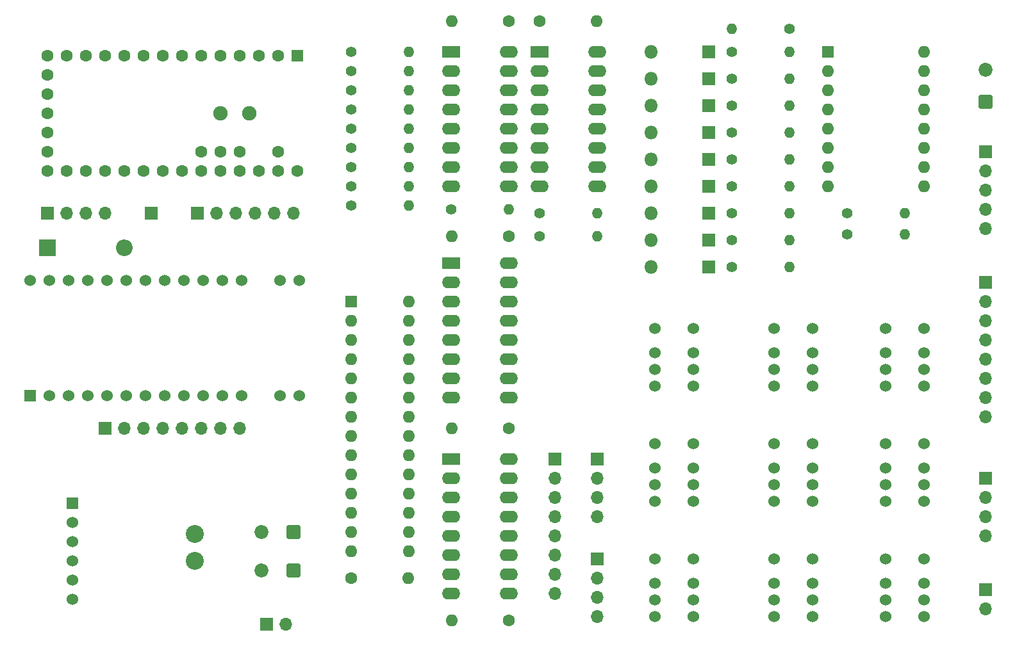
<source format=gbr>
%TF.GenerationSoftware,KiCad,Pcbnew,(5.1.9-0-10_14)*%
%TF.CreationDate,2021-03-06T16:34:47+01:00*%
%TF.ProjectId,Breadboard,42726561-6462-46f6-9172-642e6b696361,rev?*%
%TF.SameCoordinates,Original*%
%TF.FileFunction,Soldermask,Top*%
%TF.FilePolarity,Negative*%
%FSLAX46Y46*%
G04 Gerber Fmt 4.6, Leading zero omitted, Abs format (unit mm)*
G04 Created by KiCad (PCBNEW (5.1.9-0-10_14)) date 2021-03-06 16:34:47*
%MOMM*%
%LPD*%
G01*
G04 APERTURE LIST*
%ADD10O,2.200000X2.200000*%
%ADD11R,2.200000X2.200000*%
%ADD12O,1.600000X1.600000*%
%ADD13R,1.600000X1.600000*%
%ADD14C,1.600000*%
%ADD15O,2.400000X1.600000*%
%ADD16R,2.400000X1.600000*%
%ADD17C,1.524000*%
%ADD18R,1.524000X1.524000*%
%ADD19O,1.700000X1.700000*%
%ADD20R,1.700000X1.700000*%
%ADD21C,2.380000*%
%ADD22C,1.900000*%
%ADD23O,1.400000X1.400000*%
%ADD24C,1.400000*%
%ADD25C,1.850000*%
%ADD26O,1.800000X1.800000*%
%ADD27R,1.800000X1.800000*%
G04 APERTURE END LIST*
D10*
%TO.C,D1*%
X81280000Y-79248000D03*
D11*
X71120000Y-79248000D03*
%TD*%
D12*
%TO.C,U9*%
X118872000Y-86360000D03*
X111252000Y-119380000D03*
X118872000Y-88900000D03*
X111252000Y-116840000D03*
X118872000Y-91440000D03*
X111252000Y-114300000D03*
X118872000Y-93980000D03*
X111252000Y-111760000D03*
X118872000Y-96520000D03*
X111252000Y-109220000D03*
X118872000Y-99060000D03*
X111252000Y-106680000D03*
X118872000Y-101600000D03*
X111252000Y-104140000D03*
X118872000Y-104140000D03*
X111252000Y-101600000D03*
X118872000Y-106680000D03*
X111252000Y-99060000D03*
X118872000Y-109220000D03*
X111252000Y-96520000D03*
X118872000Y-111760000D03*
X111252000Y-93980000D03*
X118872000Y-114300000D03*
X111252000Y-91440000D03*
X118872000Y-116840000D03*
X111252000Y-88900000D03*
X118872000Y-119380000D03*
D13*
X111252000Y-86360000D03*
%TD*%
D12*
%TO.C,CU9*%
X118752000Y-122936000D03*
D14*
X111252000Y-122936000D03*
%TD*%
D15*
%TO.C,U6*%
X143764000Y-53340000D03*
X136144000Y-71120000D03*
X143764000Y-55880000D03*
X136144000Y-68580000D03*
X143764000Y-58420000D03*
X136144000Y-66040000D03*
X143764000Y-60960000D03*
X136144000Y-63500000D03*
X143764000Y-63500000D03*
X136144000Y-60960000D03*
X143764000Y-66040000D03*
X136144000Y-58420000D03*
X143764000Y-68580000D03*
X136144000Y-55880000D03*
X143764000Y-71120000D03*
D16*
X136144000Y-53340000D03*
%TD*%
D17*
%TO.C,U2*%
X68834000Y-83566000D03*
X71374000Y-83566000D03*
X73914000Y-83566000D03*
X76454000Y-83566000D03*
X78994000Y-83566000D03*
X81534000Y-83566000D03*
X84074000Y-83566000D03*
X86614000Y-83566000D03*
X89154000Y-83566000D03*
X91694000Y-83566000D03*
X94234000Y-83566000D03*
X96774000Y-83566000D03*
X101854000Y-83566000D03*
X104394000Y-83566000D03*
X104394000Y-98806000D03*
X101854000Y-98806000D03*
X96774000Y-98806000D03*
X94234000Y-98806000D03*
X91694000Y-98806000D03*
X89154000Y-98806000D03*
X86614000Y-98806000D03*
X84074000Y-98806000D03*
X81534000Y-98806000D03*
X78994000Y-98806000D03*
X76454000Y-98806000D03*
X73914000Y-98806000D03*
X71374000Y-98806000D03*
D18*
X68834000Y-98806000D03*
%TD*%
D19*
%TO.C,JU2-2*%
X96520000Y-103124000D03*
X93980000Y-103124000D03*
X91440000Y-103124000D03*
X88900000Y-103124000D03*
X86360000Y-103124000D03*
X83820000Y-103124000D03*
X81280000Y-103124000D03*
D20*
X78740000Y-103124000D03*
%TD*%
D12*
%TO.C,U8*%
X186944000Y-53340000D03*
X174244000Y-71120000D03*
X186944000Y-55880000D03*
X174244000Y-68580000D03*
X186944000Y-58420000D03*
X174244000Y-66040000D03*
X186944000Y-60960000D03*
X174244000Y-63500000D03*
X186944000Y-63500000D03*
X174244000Y-60960000D03*
X186944000Y-66040000D03*
X174244000Y-58420000D03*
X186944000Y-68580000D03*
X174244000Y-55880000D03*
X186944000Y-71120000D03*
D13*
X174244000Y-53340000D03*
%TD*%
D15*
%TO.C,U7*%
X132080000Y-53340000D03*
X124460000Y-71120000D03*
X132080000Y-55880000D03*
X124460000Y-68580000D03*
X132080000Y-58420000D03*
X124460000Y-66040000D03*
X132080000Y-60960000D03*
X124460000Y-63500000D03*
X132080000Y-63500000D03*
X124460000Y-60960000D03*
X132080000Y-66040000D03*
X124460000Y-58420000D03*
X132080000Y-68580000D03*
X124460000Y-55880000D03*
X132080000Y-71120000D03*
D16*
X124460000Y-53340000D03*
%TD*%
D15*
%TO.C,U5*%
X132080000Y-81280000D03*
X124460000Y-99060000D03*
X132080000Y-83820000D03*
X124460000Y-96520000D03*
X132080000Y-86360000D03*
X124460000Y-93980000D03*
X132080000Y-88900000D03*
X124460000Y-91440000D03*
X132080000Y-91440000D03*
X124460000Y-88900000D03*
X132080000Y-93980000D03*
X124460000Y-86360000D03*
X132080000Y-96520000D03*
X124460000Y-83820000D03*
X132080000Y-99060000D03*
D16*
X124460000Y-81280000D03*
%TD*%
D15*
%TO.C,U4*%
X132080000Y-107188000D03*
X124460000Y-124968000D03*
X132080000Y-109728000D03*
X124460000Y-122428000D03*
X132080000Y-112268000D03*
X124460000Y-119888000D03*
X132080000Y-114808000D03*
X124460000Y-117348000D03*
X132080000Y-117348000D03*
X124460000Y-114808000D03*
X132080000Y-119888000D03*
X124460000Y-112268000D03*
X132080000Y-122428000D03*
X124460000Y-109728000D03*
X132080000Y-124968000D03*
D16*
X124460000Y-107188000D03*
%TD*%
D21*
%TO.C,U3*%
X90548000Y-120622000D03*
X90548000Y-117122000D03*
D17*
X74414000Y-125699000D03*
X74414000Y-123159000D03*
X74414000Y-120619000D03*
X74414000Y-118079000D03*
X74414000Y-115539000D03*
D18*
X74414000Y-112999000D03*
%TD*%
D22*
%TO.C,U1*%
X97790000Y-61468000D03*
X93980000Y-61468000D03*
D13*
X104140000Y-53848000D03*
D14*
X101600000Y-53848000D03*
X99060000Y-53848000D03*
X96520000Y-53848000D03*
X93980000Y-53848000D03*
X91440000Y-53848000D03*
X88900000Y-53848000D03*
X86360000Y-53848000D03*
X83820000Y-53848000D03*
X81280000Y-53848000D03*
X78740000Y-53848000D03*
X76200000Y-53848000D03*
X73660000Y-53848000D03*
X91440000Y-66548000D03*
X93980000Y-66548000D03*
X96520000Y-66548000D03*
X101600000Y-66548000D03*
X104140000Y-69088000D03*
X101600000Y-69088000D03*
X99060000Y-69088000D03*
X96520000Y-69088000D03*
X93980000Y-69088000D03*
X91440000Y-69088000D03*
X88900000Y-69088000D03*
X86360000Y-69088000D03*
X83820000Y-69088000D03*
X81280000Y-69088000D03*
X78740000Y-69088000D03*
X76200000Y-69088000D03*
X73660000Y-69088000D03*
X71120000Y-53848000D03*
X71120000Y-56388000D03*
X71120000Y-58928000D03*
X71120000Y-69088000D03*
X71120000Y-66548000D03*
X71120000Y-64008000D03*
X71120000Y-61468000D03*
%TD*%
D23*
%TO.C,RU8-2*%
X184404000Y-77462000D03*
D24*
X176784000Y-77462000D03*
%TD*%
D23*
%TO.C,RU8-1*%
X184404000Y-74676000D03*
D24*
X176784000Y-74676000D03*
%TD*%
D23*
%TO.C,RU6-2*%
X143764000Y-77724000D03*
D24*
X136144000Y-77724000D03*
%TD*%
D23*
%TO.C,RU6-1*%
X143764000Y-74676000D03*
D24*
X136144000Y-74676000D03*
%TD*%
D23*
%TO.C,RU1-11*%
X161544000Y-50292000D03*
D24*
X169164000Y-50292000D03*
%TD*%
D23*
%TO.C,RU1-10*%
X169164000Y-53340000D03*
D24*
X161544000Y-53340000D03*
%TD*%
D23*
%TO.C,RU1-9*%
X118872000Y-73660000D03*
D24*
X111252000Y-73660000D03*
%TD*%
D23*
%TO.C,RU1-8*%
X118872000Y-71120000D03*
D24*
X111252000Y-71120000D03*
%TD*%
D23*
%TO.C,RU1-7*%
X118872000Y-68580000D03*
D24*
X111252000Y-68580000D03*
%TD*%
D23*
%TO.C,RU1-6*%
X118872000Y-66040000D03*
D24*
X111252000Y-66040000D03*
%TD*%
D23*
%TO.C,RU1-5*%
X118872000Y-63500000D03*
D24*
X111252000Y-63500000D03*
%TD*%
D23*
%TO.C,RU1-4*%
X118872000Y-60960000D03*
D24*
X111252000Y-60960000D03*
%TD*%
D23*
%TO.C,RU1-3*%
X118872000Y-58420000D03*
D24*
X111252000Y-58420000D03*
%TD*%
D23*
%TO.C,RU1-2*%
X118872000Y-55880000D03*
D24*
X111252000Y-55880000D03*
%TD*%
D23*
%TO.C,RU1-1*%
X118872000Y-53340000D03*
D24*
X111252000Y-53340000D03*
%TD*%
D23*
%TO.C,RU5*%
X132080000Y-74168000D03*
D24*
X124460000Y-74168000D03*
%TD*%
D17*
%TO.C,RL9*%
X167132000Y-120396000D03*
X167132000Y-123596000D03*
X167132000Y-125796000D03*
X167132000Y-127996000D03*
X172212000Y-127996000D03*
X172212000Y-125796000D03*
X172212000Y-123596000D03*
X172212000Y-120396000D03*
%TD*%
%TO.C,RL8*%
X181864000Y-120396000D03*
X181864000Y-123596000D03*
X181864000Y-125796000D03*
X181864000Y-127996000D03*
X186944000Y-127996000D03*
X186944000Y-125796000D03*
X186944000Y-123596000D03*
X186944000Y-120396000D03*
%TD*%
%TO.C,RL7*%
X151384000Y-105156000D03*
X151384000Y-108356000D03*
X151384000Y-110556000D03*
X151384000Y-112756000D03*
X156464000Y-112756000D03*
X156464000Y-110556000D03*
X156464000Y-108356000D03*
X156464000Y-105156000D03*
%TD*%
%TO.C,RL6*%
X151384000Y-120396000D03*
X151384000Y-123596000D03*
X151384000Y-125796000D03*
X151384000Y-127996000D03*
X156464000Y-127996000D03*
X156464000Y-125796000D03*
X156464000Y-123596000D03*
X156464000Y-120396000D03*
%TD*%
%TO.C,RL5*%
X151384000Y-89916000D03*
X151384000Y-93116000D03*
X151384000Y-95316000D03*
X151384000Y-97516000D03*
X156464000Y-97516000D03*
X156464000Y-95316000D03*
X156464000Y-93116000D03*
X156464000Y-89916000D03*
%TD*%
%TO.C,RL4*%
X181864000Y-89916000D03*
X181864000Y-93116000D03*
X181864000Y-95316000D03*
X181864000Y-97516000D03*
X186944000Y-97516000D03*
X186944000Y-95316000D03*
X186944000Y-93116000D03*
X186944000Y-89916000D03*
%TD*%
%TO.C,RL3*%
X181864000Y-105156000D03*
X181864000Y-108356000D03*
X181864000Y-110556000D03*
X181864000Y-112756000D03*
X186944000Y-112756000D03*
X186944000Y-110556000D03*
X186944000Y-108356000D03*
X186944000Y-105156000D03*
%TD*%
%TO.C,RL2*%
X167132000Y-105156000D03*
X167132000Y-108356000D03*
X167132000Y-110556000D03*
X167132000Y-112756000D03*
X172212000Y-112756000D03*
X172212000Y-110556000D03*
X172212000Y-108356000D03*
X172212000Y-105156000D03*
%TD*%
%TO.C,RL1*%
X167132000Y-89916000D03*
X167132000Y-93116000D03*
X167132000Y-95316000D03*
X167132000Y-97516000D03*
X172212000Y-97516000D03*
X172212000Y-95316000D03*
X172212000Y-93116000D03*
X172212000Y-89916000D03*
%TD*%
D23*
%TO.C,R4-2*%
X169164000Y-81788000D03*
D24*
X161544000Y-81788000D03*
%TD*%
D23*
%TO.C,R4-1*%
X169164000Y-78232000D03*
D24*
X161544000Y-78232000D03*
%TD*%
D23*
%TO.C,R3-2*%
X169164000Y-74676000D03*
D24*
X161544000Y-74676000D03*
%TD*%
D23*
%TO.C,R3-1*%
X169164000Y-71120000D03*
D24*
X161544000Y-71120000D03*
%TD*%
D23*
%TO.C,R2-2*%
X169164000Y-67564000D03*
D24*
X161544000Y-67564000D03*
%TD*%
D23*
%TO.C,R2-1*%
X169164000Y-64008000D03*
D24*
X161544000Y-64008000D03*
%TD*%
D23*
%TO.C,R1-2*%
X169164000Y-60452000D03*
D24*
X161544000Y-60452000D03*
%TD*%
D23*
%TO.C,R1-1*%
X169164000Y-56896000D03*
D24*
X161544000Y-56896000D03*
%TD*%
D19*
%TO.C,JU6-2*%
X195072000Y-127000000D03*
D20*
X195072000Y-124460000D03*
%TD*%
D19*
%TO.C,JU6-1*%
X102616000Y-129032000D03*
D20*
X100076000Y-129032000D03*
%TD*%
D19*
%TO.C,JU4-3*%
X138176000Y-124968000D03*
X138176000Y-122428000D03*
X138176000Y-119888000D03*
X138176000Y-117348000D03*
X138176000Y-114808000D03*
X138176000Y-112268000D03*
X138176000Y-109728000D03*
D20*
X138176000Y-107188000D03*
%TD*%
D19*
%TO.C,JU4-2*%
X143764000Y-114808000D03*
X143764000Y-112268000D03*
X143764000Y-109728000D03*
D20*
X143764000Y-107188000D03*
%TD*%
D19*
%TO.C,JU4-1*%
X143764000Y-128016000D03*
X143764000Y-125476000D03*
X143764000Y-122936000D03*
D20*
X143764000Y-120396000D03*
%TD*%
D25*
%TO.C,JU3-2*%
X99432000Y-116840000D03*
G36*
G01*
X104557000Y-116164999D02*
X104557000Y-117515001D01*
G75*
G02*
X104307001Y-117765000I-249999J0D01*
G01*
X102956999Y-117765000D01*
G75*
G02*
X102707000Y-117515001I0J249999D01*
G01*
X102707000Y-116164999D01*
G75*
G02*
X102956999Y-115915000I249999J0D01*
G01*
X104307001Y-115915000D01*
G75*
G02*
X104557000Y-116164999I0J-249999D01*
G01*
G37*
%TD*%
%TO.C,JU3-1*%
X99432000Y-121920000D03*
G36*
G01*
X104557000Y-121244999D02*
X104557000Y-122595001D01*
G75*
G02*
X104307001Y-122845000I-249999J0D01*
G01*
X102956999Y-122845000D01*
G75*
G02*
X102707000Y-122595001I0J249999D01*
G01*
X102707000Y-121244999D01*
G75*
G02*
X102956999Y-120995000I249999J0D01*
G01*
X104307001Y-120995000D01*
G75*
G02*
X104557000Y-121244999I0J-249999D01*
G01*
G37*
%TD*%
D20*
%TO.C,JU2-1*%
X84836000Y-74676000D03*
%TD*%
D19*
%TO.C,JU1-4*%
X103632000Y-74676000D03*
X101092000Y-74676000D03*
X98552000Y-74676000D03*
X96012000Y-74676000D03*
X93472000Y-74676000D03*
D20*
X90932000Y-74676000D03*
%TD*%
D19*
%TO.C,JU1-3*%
X78740000Y-74676000D03*
X76200000Y-74676000D03*
X73660000Y-74676000D03*
D20*
X71120000Y-74676000D03*
%TD*%
D19*
%TO.C,JU1-2*%
X195072000Y-76708000D03*
X195072000Y-74168000D03*
X195072000Y-71628000D03*
X195072000Y-69088000D03*
D20*
X195072000Y-66548000D03*
%TD*%
D19*
%TO.C,JU1-1*%
X195072000Y-117348000D03*
X195072000Y-114808000D03*
X195072000Y-112268000D03*
D20*
X195072000Y-109728000D03*
%TD*%
D25*
%TO.C,J2*%
X195072000Y-55744000D03*
G36*
G01*
X195747001Y-60869000D02*
X194396999Y-60869000D01*
G75*
G02*
X194147000Y-60619001I0J249999D01*
G01*
X194147000Y-59268999D01*
G75*
G02*
X194396999Y-59019000I249999J0D01*
G01*
X195747001Y-59019000D01*
G75*
G02*
X195997000Y-59268999I0J-249999D01*
G01*
X195997000Y-60619001D01*
G75*
G02*
X195747001Y-60869000I-249999J0D01*
G01*
G37*
%TD*%
D19*
%TO.C,J1*%
X195072000Y-101600000D03*
X195072000Y-99060000D03*
X195072000Y-96520000D03*
X195072000Y-93980000D03*
X195072000Y-91440000D03*
X195072000Y-88900000D03*
X195072000Y-86360000D03*
D20*
X195072000Y-83820000D03*
%TD*%
D26*
%TO.C,DU1-1*%
X150876000Y-53340000D03*
D27*
X158496000Y-53340000D03*
%TD*%
D26*
%TO.C,D4-2*%
X150876000Y-81788000D03*
D27*
X158496000Y-81788000D03*
%TD*%
D26*
%TO.C,D4-1*%
X150876000Y-78232000D03*
D27*
X158496000Y-78232000D03*
%TD*%
D26*
%TO.C,D3-2*%
X150876000Y-74676000D03*
D27*
X158496000Y-74676000D03*
%TD*%
D26*
%TO.C,D3-1*%
X150876000Y-71120000D03*
D27*
X158496000Y-71120000D03*
%TD*%
D26*
%TO.C,D2-2*%
X150876000Y-67564000D03*
D27*
X158496000Y-67564000D03*
%TD*%
D26*
%TO.C,D2-1*%
X150876000Y-64008000D03*
D27*
X158496000Y-64008000D03*
%TD*%
D26*
%TO.C,D1-2*%
X150876000Y-60452000D03*
D27*
X158496000Y-60452000D03*
%TD*%
D26*
%TO.C,D1-1*%
X150876000Y-56896000D03*
D27*
X158496000Y-56896000D03*
%TD*%
D12*
%TO.C,CU4-2*%
X124580000Y-128524000D03*
D14*
X132080000Y-128524000D03*
%TD*%
D12*
%TO.C,CU7*%
X124580000Y-49276000D03*
D14*
X132080000Y-49276000D03*
%TD*%
D12*
%TO.C,CU6*%
X143644000Y-49276000D03*
D14*
X136144000Y-49276000D03*
%TD*%
D12*
%TO.C,CU5*%
X124580000Y-77724000D03*
D14*
X132080000Y-77724000D03*
%TD*%
D12*
%TO.C,CU4*%
X124580000Y-103124000D03*
D14*
X132080000Y-103124000D03*
%TD*%
M02*

</source>
